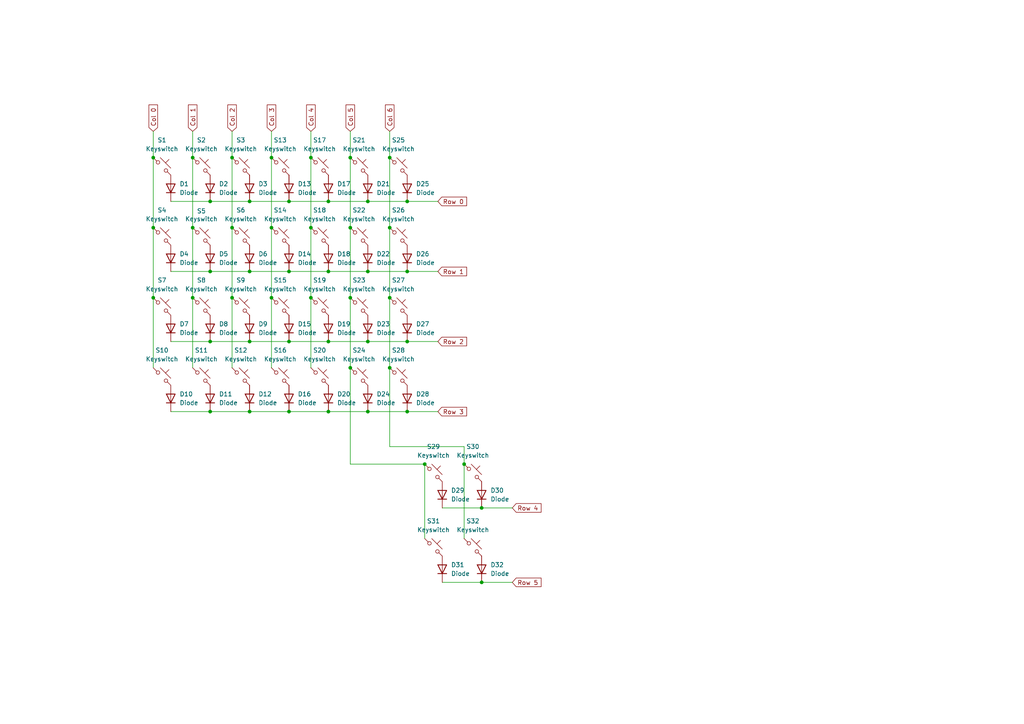
<source format=kicad_sch>
(kicad_sch (version 20250114) (generator "eeschema") (generator_version "9.0")
  (paper "A4")
  (lib_symbols
    (symbol "ScottoKeebs:Placeholder_Diode" (pin_numbers (hide yes)) (pin_names (hide yes))
      (property "Reference" "D" (at 0 2.54 0))
      (property "Value" "Diode" (at 0 -2.54 0))
      (symbol "Placeholder_Diode_0_1"
        (polyline (pts (xy -1.27 1.27) (xy -1.27 -1.27)) (stroke (width 0.254)))
        (polyline (pts (xy 1.27 1.27) (xy 1.27 -1.27) (xy -1.27 0) (xy 1.27 1.27)) (stroke (width 0.254)))
        (polyline (pts (xy 1.27 0) (xy -1.27 0)))
      )
      (symbol "Placeholder_Diode_1_1"
        (pin passive line (at -3.81 0 0) (length 2.54) (name "K") (number "1"))
        (pin passive line (at 3.81 0 180) (length 2.54) (name "A") (number "2"))
      )
    )
    (symbol "ScottoKeebs:Placeholder_Keyswitch" (pin_numbers (hide yes)) (pin_names (offset 1.016) (hide yes))
      (property "Reference" "S" (at 3.048 1.016 0))
      (property "Value" "Keyswitch" (at 0 -3.81 0))
      (symbol "Placeholder_Keyswitch_0_1"
        (polyline (pts (xy -2.54 2.54) (xy -1.524 1.524) (xy -1.524 1.524)))
        (circle (center -1.1684 1.1684) (radius 0.508))
        (polyline (pts (xy -0.508 2.54) (xy 2.54 -0.508)))
        (polyline (pts (xy 1.016 1.016) (xy 2.032 2.032)))
        (circle (center 1.143 -1.1938) (radius 0.508))
        (polyline (pts (xy 1.524 -1.524) (xy 2.54 -2.54) (xy 2.54 -2.54) (xy 2.54 -2.54)))
        (pin passive line (at -2.54 2.54 0) (length 0) (name "1") (number "1"))
        (pin passive line (at 2.54 -2.54 180) (length 0) (name "2") (number "2"))
      )
    )
  )
  (junction (at 83.82 99.06))
  (junction (at 95.25 99.06))
  (junction (at 55.88 45.72))
  (junction (at 90.17 45.72))
  (junction (at 106.68 99.06))
  (junction (at 78.74 45.72))
  (junction (at 106.68 58.42))
  (junction (at 106.68 78.74))
  (junction (at 118.11 58.42))
  (junction (at 72.39 119.38))
  (junction (at 90.17 86.36))
  (junction (at 55.88 66.04))
  (junction (at 83.82 58.42))
  (junction (at 72.39 99.06))
  (junction (at 139.7 147.32))
  (junction (at 118.11 99.06))
  (junction (at 95.25 58.42))
  (junction (at 78.74 66.04))
  (junction (at 118.11 119.38))
  (junction (at 55.88 86.36))
  (junction (at 113.03 66.04))
  (junction (at 67.31 86.36))
  (junction (at 44.45 45.72))
  (junction (at 60.96 78.74))
  (junction (at 101.6 106.68))
  (junction (at 95.25 119.38))
  (junction (at 123.19 134.62))
  (junction (at 90.17 66.04))
  (junction (at 101.6 66.04))
  (junction (at 60.96 119.38))
  (junction (at 67.31 45.72))
  (junction (at 95.25 78.74))
  (junction (at 60.96 99.06))
  (junction (at 139.7 168.91))
  (junction (at 60.96 58.42))
  (junction (at 118.11 78.74))
  (junction (at 72.39 58.42))
  (junction (at 83.82 119.38))
  (junction (at 44.45 86.36))
  (junction (at 134.62 134.62))
  (junction (at 113.03 86.36))
  (junction (at 78.74 86.36))
  (junction (at 113.03 106.68))
  (junction (at 67.31 66.04))
  (junction (at 106.68 119.38))
  (junction (at 113.03 45.72))
  (junction (at 72.39 78.74))
  (junction (at 44.45 66.04))
  (junction (at 101.6 45.72))
  (junction (at 83.82 78.74))
  (junction (at 101.6 86.36))
  (wire (pts (xy 90.17 38.1) (xy 90.17 45.72)))
  (wire (pts (xy 127 58.42) (xy 118.11 58.42)))
  (wire (pts (xy 118.11 99.06) (xy 127 99.06)))
  (wire (pts (xy 113.03 66.04) (xy 113.03 86.36)))
  (wire (pts (xy 106.68 99.06) (xy 118.11 99.06)))
  (wire (pts (xy 90.17 66.04) (xy 90.17 86.36)))
  (wire (pts (xy 72.39 58.42) (xy 83.82 58.42)))
  (wire (pts (xy 60.96 99.06) (xy 72.39 99.06)))
  (wire (pts (xy 78.74 66.04) (xy 78.74 86.36)))
  (wire (pts (xy 123.19 134.62) (xy 123.19 156.21)))
  (wire (pts (xy 67.31 38.1) (xy 67.31 45.72)))
  (wire (pts (xy 95.25 99.06) (xy 106.68 99.06)))
  (wire (pts (xy 78.74 45.72) (xy 78.74 66.04)))
  (wire (pts (xy 44.45 66.04) (xy 44.45 86.36)))
  (wire (pts (xy 113.03 45.72) (xy 113.03 66.04)))
  (wire (pts (xy 60.96 119.38) (xy 72.39 119.38)))
  (wire (pts (xy 101.6 86.36) (xy 101.6 106.68)))
  (wire (pts (xy 101.6 134.62) (xy 123.19 134.62)))
  (wire (pts (xy 44.45 45.72) (xy 44.45 66.04)))
  (wire (pts (xy 67.31 66.04) (xy 67.31 86.36)))
  (wire (pts (xy 49.53 78.74) (xy 60.96 78.74)))
  (wire (pts (xy 60.96 78.74) (xy 72.39 78.74)))
  (wire (pts (xy 127 78.74) (xy 118.11 78.74)))
  (wire (pts (xy 134.62 129.54) (xy 134.62 134.62)))
  (wire (pts (xy 106.68 58.42) (xy 118.11 58.42)))
  (wire (pts (xy 127 119.38) (xy 118.11 119.38)))
  (wire (pts (xy 72.39 78.74) (xy 83.82 78.74)))
  (wire (pts (xy 139.7 147.32) (xy 148.59 147.32)))
  (wire (pts (xy 113.03 129.54) (xy 134.62 129.54)))
  (wire (pts (xy 49.53 58.42) (xy 60.96 58.42)))
  (wire (pts (xy 60.96 58.42) (xy 72.39 58.42)))
  (wire (pts (xy 106.68 78.74) (xy 118.11 78.74)))
  (wire (pts (xy 49.53 99.06) (xy 60.96 99.06)))
  (wire (pts (xy 78.74 38.1) (xy 78.74 45.72)))
  (wire (pts (xy 113.03 86.36) (xy 113.03 106.68)))
  (wire (pts (xy 78.74 86.36) (xy 78.74 106.68)))
  (wire (pts (xy 44.45 38.1) (xy 44.45 45.72)))
  (wire (pts (xy 148.59 168.91) (xy 139.7 168.91)))
  (wire (pts (xy 90.17 45.72) (xy 90.17 66.04)))
  (wire (pts (xy 95.25 119.38) (xy 106.68 119.38)))
  (wire (pts (xy 72.39 99.06) (xy 83.82 99.06)))
  (wire (pts (xy 83.82 58.42) (xy 95.25 58.42)))
  (wire (pts (xy 72.39 119.38) (xy 83.82 119.38)))
  (wire (pts (xy 95.25 78.74) (xy 106.68 78.74)))
  (wire (pts (xy 83.82 119.38) (xy 95.25 119.38)))
  (wire (pts (xy 113.03 38.1) (xy 113.03 45.72)))
  (wire (pts (xy 67.31 86.36) (xy 67.31 106.68)))
  (wire (pts (xy 55.88 38.1) (xy 55.88 45.72)))
  (wire (pts (xy 44.45 86.36) (xy 44.45 106.68)))
  (wire (pts (xy 113.03 106.68) (xy 113.03 129.54)))
  (wire (pts (xy 95.25 58.42) (xy 106.68 58.42)))
  (wire (pts (xy 55.88 45.72) (xy 55.88 66.04)))
  (wire (pts (xy 106.68 119.38) (xy 118.11 119.38)))
  (wire (pts (xy 101.6 45.72) (xy 101.6 66.04)))
  (wire (pts (xy 83.82 99.06) (xy 95.25 99.06)))
  (wire (pts (xy 101.6 38.1) (xy 101.6 45.72)))
  (wire (pts (xy 49.53 119.38) (xy 60.96 119.38)))
  (wire (pts (xy 128.27 168.91) (xy 139.7 168.91)))
  (wire (pts (xy 67.31 45.72) (xy 67.31 66.04)))
  (wire (pts (xy 101.6 66.04) (xy 101.6 86.36)))
  (wire (pts (xy 83.82 78.74) (xy 95.25 78.74)))
  (wire (pts (xy 128.27 147.32) (xy 139.7 147.32)))
  (wire (pts (xy 101.6 106.68) (xy 101.6 134.62)))
  (wire (pts (xy 55.88 66.04) (xy 55.88 86.36)))
  (wire (pts (xy 55.88 86.36) (xy 55.88 106.68)))
  (wire (pts (xy 134.62 134.62) (xy 134.62 156.21)))
  (wire (pts (xy 90.17 86.36) (xy 90.17 106.68)))
  (global_label "Row 1" (shape input) (at 127 78.74 0) (property "Intersheetrefs" "${INTERSHEET_REFS}" (effects (hide yes))))
  (global_label "Col 1" (shape input) (at 55.88 38.1 90) (property "Intersheetrefs" "${INTERSHEET_REFS}" (effects (hide yes))))
  (global_label "Col 6" (shape input) (at 113.03 38.1 90) (property "Intersheetrefs" "${INTERSHEET_REFS}" (effects (hide yes))))
  (global_label "Col 2" (shape input) (at 67.31 38.1 90) (property "Intersheetrefs" "${INTERSHEET_REFS}" (effects (hide yes))))
  (global_label "Col 5" (shape input) (at 101.6 38.1 90) (property "Intersheetrefs" "${INTERSHEET_REFS}" (effects (hide yes))))
  (global_label "Row 0" (shape input) (at 127 58.42 0) (property "Intersheetrefs" "${INTERSHEET_REFS}" (effects (hide yes))))
  (global_label "Row 5" (shape input) (at 148.59 168.91 0) (property "Intersheetrefs" "${INTERSHEET_REFS}" (effects (hide yes))))
  (global_label "Col 3" (shape input) (at 78.74 38.1 90) (property "Intersheetrefs" "${INTERSHEET_REFS}" (effects (hide yes))))
  (global_label "Row 3" (shape input) (at 127 119.38 0) (property "Intersheetrefs" "${INTERSHEET_REFS}" (effects (hide yes))))
  (global_label "Col 4" (shape input) (at 90.17 38.1 90) (property "Intersheetrefs" "${INTERSHEET_REFS}" (effects (hide yes))))
  (global_label "Row 4" (shape input) (at 148.59 147.32 0) (property "Intersheetrefs" "${INTERSHEET_REFS}" (effects (hide yes))))
  (global_label "Row 2" (shape input) (at 127 99.06 0) (property "Intersheetrefs" "${INTERSHEET_REFS}" (effects (hide yes))))
  (global_label "Col 0" (shape input) (at 44.45 38.1 90) (property "Intersheetrefs" "${INTERSHEET_REFS}" (effects (hide yes))))
  (symbol (lib_id "ScottoKeebs:Placeholder_Keyswitch") (at 81.28 88.9 0) (unit 1)
    (property "Reference" "S15" (at 81.28 81.28 0))
    (property "Value" "Keyswitch" (at 81.28 83.82 0))
    (property "Footprint" "ScottoKeebs_Hotswap:Hotswap_Choc_V1V2_1.00u" (effects (hide yes)))
    (property "Description" "Push button switch, normally open, two pins, 45° tilted" (effects (hide yes)))
  )
  (symbol (lib_id "ScottoKeebs:Placeholder_Diode") (at 95.25 95.25 90) (unit 1)
    (property "Reference" "D19" (at 97.79 93.9799 90) (effects (justify right)))
    (property "Value" "Diode" (at 97.79 96.5199 90) (effects (justify right)))
    (property "Footprint" "ScottoKeebs_Components:Diode_DO-35" (effects (hide yes)))
    (property "Description" "1N4148 (DO-35) or 1N4148W (SOD-123)" (effects (hide yes)))
    (property "Sim.Device" "D" (effects (hide yes)))
    (property "Sim.Pins" "1=K 2=A" (effects (hide yes)))
  )
  (symbol (lib_id "ScottoKeebs:Placeholder_Diode") (at 72.39 115.57 90) (unit 1)
    (property "Reference" "D12" (at 74.93 114.2999 90) (effects (justify right)))
    (property "Value" "Diode" (at 74.93 116.8399 90) (effects (justify right)))
    (property "Footprint" "ScottoKeebs_Components:Diode_DO-35" (effects (hide yes)))
    (property "Description" "1N4148 (DO-35) or 1N4148W (SOD-123)" (effects (hide yes)))
    (property "Sim.Device" "D" (effects (hide yes)))
    (property "Sim.Pins" "1=K 2=A" (effects (hide yes)))
  )
  (symbol (lib_id "ScottoKeebs:Placeholder_Keyswitch") (at 58.42 48.26 0) (unit 1)
    (property "Reference" "S2" (at 58.42 40.64 0))
    (property "Value" "Keyswitch" (at 58.42 43.18 0))
    (property "Footprint" "ScottoKeebs_Hotswap:Hotswap_Choc_V1V2_1.00u" (effects (hide yes)))
    (property "Description" "Push button switch, normally open, two pins, 45° tilted" (effects (hide yes)))
  )
  (symbol (lib_id "ScottoKeebs:Placeholder_Keyswitch") (at 115.57 48.26 0) (unit 1)
    (property "Reference" "S25" (at 115.57 40.64 0))
    (property "Value" "Keyswitch" (at 115.57 43.18 0))
    (property "Footprint" "ScottoKeebs_Hotswap:Hotswap_Choc_V1V2_1.00u" (effects (hide yes)))
    (property "Description" "Push button switch, normally open, two pins, 45° tilted" (effects (hide yes)))
  )
  (symbol (lib_id "ScottoKeebs:Placeholder_Diode") (at 60.96 74.93 90) (unit 1)
    (property "Reference" "D5" (at 63.5 73.6599 90) (effects (justify right)))
    (property "Value" "Diode" (at 63.5 76.1999 90) (effects (justify right)))
    (property "Footprint" "ScottoKeebs_Components:Diode_DO-35" (effects (hide yes)))
    (property "Description" "1N4148 (DO-35) or 1N4148W (SOD-123)" (effects (hide yes)))
    (property "Sim.Device" "D" (effects (hide yes)))
    (property "Sim.Pins" "1=K 2=A" (effects (hide yes)))
  )
  (symbol (lib_id "ScottoKeebs:Placeholder_Diode") (at 49.53 54.61 90) (unit 1)
    (property "Reference" "D1" (at 52.07 53.3399 90) (effects (justify right)))
    (property "Value" "Diode" (at 52.07 55.8799 90) (effects (justify right)))
    (property "Footprint" "ScottoKeebs_Components:Diode_DO-35" (effects (hide yes)))
    (property "Description" "1N4148 (DO-35) or 1N4148W (SOD-123)" (effects (hide yes)))
    (property "Sim.Device" "D" (effects (hide yes)))
    (property "Sim.Pins" "1=K 2=A" (effects (hide yes)))
  )
  (symbol (lib_id "ScottoKeebs:Placeholder_Diode") (at 72.39 95.25 90) (unit 1)
    (property "Reference" "D9" (at 74.93 93.9799 90) (effects (justify right)))
    (property "Value" "Diode" (at 74.93 96.5199 90) (effects (justify right)))
    (property "Footprint" "ScottoKeebs_Components:Diode_DO-35" (effects (hide yes)))
    (property "Description" "1N4148 (DO-35) or 1N4148W (SOD-123)" (effects (hide yes)))
    (property "Sim.Device" "D" (effects (hide yes)))
    (property "Sim.Pins" "1=K 2=A" (effects (hide yes)))
  )
  (symbol (lib_id "ScottoKeebs:Placeholder_Keyswitch") (at 115.57 109.22 0) (unit 1)
    (property "Reference" "S28" (at 115.57 101.6 0))
    (property "Value" "Keyswitch" (at 115.57 104.14 0))
    (property "Footprint" "ScottoKeebs_Hotswap:Hotswap_Choc_V1V2_1.00u" (effects (hide yes)))
    (property "Description" "Push button switch, normally open, two pins, 45° tilted" (effects (hide yes)))
  )
  (symbol (lib_id "ScottoKeebs:Placeholder_Keyswitch") (at 46.99 109.22 0) (unit 1)
    (property "Reference" "S10" (at 46.99 101.6 0))
    (property "Value" "Keyswitch" (at 46.99 104.14 0))
    (property "Footprint" "ScottoKeebs_Hotswap:Hotswap_Choc_V1V2_1.00u" (effects (hide yes)))
    (property "Description" "Push button switch, normally open, two pins, 45° tilted" (effects (hide yes)))
  )
  (symbol (lib_id "ScottoKeebs:Placeholder_Diode") (at 128.27 143.51 90) (unit 1)
    (property "Reference" "D29" (at 130.81 142.2399 90) (effects (justify right)))
    (property "Value" "Diode" (at 130.81 144.7799 90) (effects (justify right)))
    (property "Footprint" "ScottoKeebs_Components:Diode_DO-35" (effects (hide yes)))
    (property "Description" "1N4148 (DO-35) or 1N4148W (SOD-123)" (effects (hide yes)))
    (property "Sim.Device" "D" (effects (hide yes)))
    (property "Sim.Pins" "1=K 2=A" (effects (hide yes)))
  )
  (symbol (lib_id "ScottoKeebs:Placeholder_Diode") (at 49.53 115.57 90) (unit 1)
    (property "Reference" "D10" (at 52.07 114.2999 90) (effects (justify right)))
    (property "Value" "Diode" (at 52.07 116.8399 90) (effects (justify right)))
    (property "Footprint" "ScottoKeebs_Components:Diode_DO-35" (effects (hide yes)))
    (property "Description" "1N4148 (DO-35) or 1N4148W (SOD-123)" (effects (hide yes)))
    (property "Sim.Device" "D" (effects (hide yes)))
    (property "Sim.Pins" "1=K 2=A" (effects (hide yes)))
  )
  (symbol (lib_id "ScottoKeebs:Placeholder_Diode") (at 106.68 74.93 90) (unit 1)
    (property "Reference" "D22" (at 109.22 73.6599 90) (effects (justify right)))
    (property "Value" "Diode" (at 109.22 76.1999 90) (effects (justify right)))
    (property "Footprint" "ScottoKeebs_Components:Diode_DO-35" (effects (hide yes)))
    (property "Description" "1N4148 (DO-35) or 1N4148W (SOD-123)" (effects (hide yes)))
    (property "Sim.Device" "D" (effects (hide yes)))
    (property "Sim.Pins" "1=K 2=A" (effects (hide yes)))
  )
  (symbol (lib_id "ScottoKeebs:Placeholder_Keyswitch") (at 104.14 68.58 0) (unit 1)
    (property "Reference" "S22" (at 104.14 60.96 0))
    (property "Value" "Keyswitch" (at 104.14 63.5 0))
    (property "Footprint" "ScottoKeebs_Hotswap:Hotswap_Choc_V1V2_1.00u" (effects (hide yes)))
    (property "Description" "Push button switch, normally open, two pins, 45° tilted" (effects (hide yes)))
  )
  (symbol (lib_id "ScottoKeebs:Placeholder_Diode") (at 72.39 74.93 90) (unit 1)
    (property "Reference" "D6" (at 74.93 73.6599 90) (effects (justify right)))
    (property "Value" "Diode" (at 74.93 76.1999 90) (effects (justify right)))
    (property "Footprint" "ScottoKeebs_Components:Diode_DO-35" (effects (hide yes)))
    (property "Description" "1N4148 (DO-35) or 1N4148W (SOD-123)" (effects (hide yes)))
    (property "Sim.Device" "D" (effects (hide yes)))
    (property "Sim.Pins" "1=K 2=A" (effects (hide yes)))
  )
  (symbol (lib_id "ScottoKeebs:Placeholder_Keyswitch") (at 58.42 109.22 0) (unit 1)
    (property "Reference" "S11" (at 58.42 101.6 0))
    (property "Value" "Keyswitch" (at 58.42 104.14 0))
    (property "Footprint" "ScottoKeebs_Hotswap:Hotswap_Choc_V1V2_1.00u" (effects (hide yes)))
    (property "Description" "Push button switch, normally open, two pins, 45° tilted" (effects (hide yes)))
  )
  (symbol (lib_id "ScottoKeebs:Placeholder_Keyswitch") (at 104.14 48.26 0) (unit 1)
    (property "Reference" "S21" (at 104.14 40.64 0))
    (property "Value" "Keyswitch" (at 104.14 43.18 0))
    (property "Footprint" "ScottoKeebs_Hotswap:Hotswap_Choc_V1V2_1.00u" (effects (hide yes)))
    (property "Description" "Push button switch, normally open, two pins, 45° tilted" (effects (hide yes)))
  )
  (symbol (lib_id "ScottoKeebs:Placeholder_Keyswitch") (at 92.71 109.22 0) (unit 1)
    (property "Reference" "S20" (at 92.71 101.6 0))
    (property "Value" "Keyswitch" (at 92.71 104.14 0))
    (property "Footprint" "ScottoKeebs_Hotswap:Hotswap_Choc_V1V2_1.00u" (effects (hide yes)))
    (property "Description" "Push button switch, normally open, two pins, 45° tilted" (effects (hide yes)))
  )
  (symbol (lib_id "ScottoKeebs:Placeholder_Keyswitch") (at 58.42 88.9 0) (unit 1)
    (property "Reference" "S8" (at 58.42 81.28 0))
    (property "Value" "Keyswitch" (at 58.42 83.82 0))
    (property "Footprint" "ScottoKeebs_Hotswap:Hotswap_Choc_V1V2_1.00u" (effects (hide yes)))
    (property "Description" "Push button switch, normally open, two pins, 45° tilted" (effects (hide yes)))
  )
  (symbol (lib_id "ScottoKeebs:Placeholder_Diode") (at 118.11 95.25 90) (unit 1)
    (property "Reference" "D27" (at 120.65 93.9799 90) (effects (justify right)))
    (property "Value" "Diode" (at 120.65 96.5199 90) (effects (justify right)))
    (property "Footprint" "ScottoKeebs_Components:Diode_DO-35" (effects (hide yes)))
    (property "Description" "1N4148 (DO-35) or 1N4148W (SOD-123)" (effects (hide yes)))
    (property "Sim.Device" "D" (effects (hide yes)))
    (property "Sim.Pins" "1=K 2=A" (effects (hide yes)))
  )
  (symbol (lib_id "ScottoKeebs:Placeholder_Keyswitch") (at 92.71 88.9 0) (unit 1)
    (property "Reference" "S19" (at 92.71 81.28 0))
    (property "Value" "Keyswitch" (at 92.71 83.82 0))
    (property "Footprint" "ScottoKeebs_Hotswap:Hotswap_Choc_V1V2_1.00u" (effects (hide yes)))
    (property "Description" "Push button switch, normally open, two pins, 45° tilted" (effects (hide yes)))
  )
  (symbol (lib_id "ScottoKeebs:Placeholder_Diode") (at 139.7 165.1 90) (unit 1)
    (property "Reference" "D32" (at 142.24 163.8299 90) (effects (justify right)))
    (property "Value" "Diode" (at 142.24 166.3699 90) (effects (justify right)))
    (property "Footprint" "ScottoKeebs_Components:Diode_DO-35" (effects (hide yes)))
    (property "Description" "1N4148 (DO-35) or 1N4148W (SOD-123)" (effects (hide yes)))
    (property "Sim.Device" "D" (effects (hide yes)))
    (property "Sim.Pins" "1=K 2=A" (effects (hide yes)))
  )
  (symbol (lib_id "ScottoKeebs:Placeholder_Diode") (at 128.27 165.1 90) (unit 1)
    (property "Reference" "D31" (at 130.81 163.8299 90) (effects (justify right)))
    (property "Value" "Diode" (at 130.81 166.3699 90) (effects (justify right)))
    (property "Footprint" "ScottoKeebs_Components:Diode_DO-35" (effects (hide yes)))
    (property "Description" "1N4148 (DO-35) or 1N4148W (SOD-123)" (effects (hide yes)))
    (property "Sim.Device" "D" (effects (hide yes)))
    (property "Sim.Pins" "1=K 2=A" (effects (hide yes)))
  )
  (symbol (lib_id "ScottoKeebs:Placeholder_Diode") (at 118.11 115.57 90) (unit 1)
    (property "Reference" "D28" (at 120.65 114.2999 90) (effects (justify right)))
    (property "Value" "Diode" (at 120.65 116.8399 90) (effects (justify right)))
    (property "Footprint" "ScottoKeebs_Components:Diode_DO-35" (effects (hide yes)))
    (property "Description" "1N4148 (DO-35) or 1N4148W (SOD-123)" (effects (hide yes)))
    (property "Sim.Device" "D" (effects (hide yes)))
    (property "Sim.Pins" "1=K 2=A" (effects (hide yes)))
  )
  (symbol (lib_id "ScottoKeebs:Placeholder_Keyswitch") (at 69.85 88.9 0) (unit 1)
    (property "Reference" "S9" (at 69.85 81.28 0))
    (property "Value" "Keyswitch" (at 69.85 83.82 0))
    (property "Footprint" "ScottoKeebs_Hotswap:Hotswap_Choc_V1V2_1.00u" (effects (hide yes)))
    (property "Description" "Push button switch, normally open, two pins, 45° tilted" (effects (hide yes)))
  )
  (symbol (lib_id "ScottoKeebs:Placeholder_Keyswitch") (at 137.16 137.16 0) (unit 1)
    (property "Reference" "S30" (at 137.16 129.54 0))
    (property "Value" "Keyswitch" (at 137.16 132.08 0))
    (property "Footprint" "ScottoKeebs_Hotswap:Hotswap_Choc_V1V2_1.00u" (effects (hide yes)))
    (property "Description" "Push button switch, normally open, two pins, 45° tilted" (effects (hide yes)))
  )
  (symbol (lib_id "ScottoKeebs:Placeholder_Diode") (at 83.82 74.93 90) (unit 1)
    (property "Reference" "D14" (at 86.36 73.6599 90) (effects (justify right)))
    (property "Value" "Diode" (at 86.36 76.1999 90) (effects (justify right)))
    (property "Footprint" "ScottoKeebs_Components:Diode_DO-35" (effects (hide yes)))
    (property "Description" "1N4148 (DO-35) or 1N4148W (SOD-123)" (effects (hide yes)))
    (property "Sim.Device" "D" (effects (hide yes)))
    (property "Sim.Pins" "1=K 2=A" (effects (hide yes)))
  )
  (symbol (lib_id "ScottoKeebs:Placeholder_Keyswitch") (at 125.73 158.75 0) (unit 1)
    (property "Reference" "S31" (at 125.73 151.13 0))
    (property "Value" "Keyswitch" (at 125.73 153.67 0))
    (property "Footprint" "ScottoKeebs_Hotswap:Hotswap_Choc_V1V2_1.50u_90deg" (effects (hide yes)))
    (property "Description" "Push button switch, normally open, two pins, 45° tilted" (effects (hide yes)))
  )
  (symbol (lib_id "ScottoKeebs:Placeholder_Keyswitch") (at 92.71 48.26 0) (unit 1)
    (property "Reference" "S17" (at 92.71 40.64 0))
    (property "Value" "Keyswitch" (at 92.71 43.18 0))
    (property "Footprint" "ScottoKeebs_Hotswap:Hotswap_Choc_V1V2_1.00u" (effects (hide yes)))
    (property "Description" "Push button switch, normally open, two pins, 45° tilted" (effects (hide yes)))
  )
  (symbol (lib_id "ScottoKeebs:Placeholder_Keyswitch") (at 69.85 68.58 0) (unit 1)
    (property "Reference" "S6" (at 69.85 60.96 0))
    (property "Value" "Keyswitch" (at 69.85 63.5 0))
    (property "Footprint" "ScottoKeebs_Hotswap:Hotswap_Choc_V1V2_1.00u" (effects (hide yes)))
    (property "Description" "Push button switch, normally open, two pins, 45° tilted" (effects (hide yes)))
  )
  (symbol (lib_id "ScottoKeebs:Placeholder_Diode") (at 118.11 74.93 90) (unit 1)
    (property "Reference" "D26" (at 120.65 73.6599 90) (effects (justify right)))
    (property "Value" "Diode" (at 120.65 76.1999 90) (effects (justify right)))
    (property "Footprint" "ScottoKeebs_Components:Diode_DO-35" (effects (hide yes)))
    (property "Description" "1N4148 (DO-35) or 1N4148W (SOD-123)" (effects (hide yes)))
    (property "Sim.Device" "D" (effects (hide yes)))
    (property "Sim.Pins" "1=K 2=A" (effects (hide yes)))
  )
  (symbol (lib_id "ScottoKeebs:Placeholder_Keyswitch") (at 115.57 68.58 0) (unit 1)
    (property "Reference" "S26" (at 115.57 60.96 0))
    (property "Value" "Keyswitch" (at 115.57 63.5 0))
    (property "Footprint" "ScottoKeebs_Hotswap:Hotswap_Choc_V1V2_1.00u" (effects (hide yes)))
    (property "Description" "Push button switch, normally open, two pins, 45° tilted" (effects (hide yes)))
  )
  (symbol (lib_id "ScottoKeebs:Placeholder_Diode") (at 83.82 54.61 90) (unit 1)
    (property "Reference" "D13" (at 86.36 53.3399 90) (effects (justify right)))
    (property "Value" "Diode" (at 86.36 55.8799 90) (effects (justify right)))
    (property "Footprint" "ScottoKeebs_Components:Diode_DO-35" (effects (hide yes)))
    (property "Description" "1N4148 (DO-35) or 1N4148W (SOD-123)" (effects (hide yes)))
    (property "Sim.Device" "D" (effects (hide yes)))
    (property "Sim.Pins" "1=K 2=A" (effects (hide yes)))
  )
  (symbol (lib_id "ScottoKeebs:Placeholder_Diode") (at 49.53 95.25 90) (unit 1)
    (property "Reference" "D7" (at 52.07 93.9799 90) (effects (justify right)))
    (property "Value" "Diode" (at 52.07 96.5199 90) (effects (justify right)))
    (property "Footprint" "ScottoKeebs_Components:Diode_DO-35" (effects (hide yes)))
    (property "Description" "1N4148 (DO-35) or 1N4148W (SOD-123)" (effects (hide yes)))
    (property "Sim.Device" "D" (effects (hide yes)))
    (property "Sim.Pins" "1=K 2=A" (effects (hide yes)))
  )
  (symbol (lib_id "ScottoKeebs:Placeholder_Keyswitch") (at 46.99 88.9 0) (unit 1)
    (property "Reference" "S7" (at 46.99 81.28 0))
    (property "Value" "Keyswitch" (at 46.99 83.82 0))
    (property "Footprint" "ScottoKeebs_Hotswap:Hotswap_Choc_V1V2_1.00u" (effects (hide yes)))
    (property "Description" "Push button switch, normally open, two pins, 45° tilted" (effects (hide yes)))
  )
  (symbol (lib_id "ScottoKeebs:Placeholder_Diode") (at 83.82 115.57 90) (unit 1)
    (property "Reference" "D16" (at 86.36 114.2999 90) (effects (justify right)))
    (property "Value" "Diode" (at 86.36 116.8399 90) (effects (justify right)))
    (property "Footprint" "ScottoKeebs_Components:Diode_DO-35" (effects (hide yes)))
    (property "Description" "1N4148 (DO-35) or 1N4148W (SOD-123)" (effects (hide yes)))
    (property "Sim.Device" "D" (effects (hide yes)))
    (property "Sim.Pins" "1=K 2=A" (effects (hide yes)))
  )
  (symbol (lib_id "ScottoKeebs:Placeholder_Keyswitch") (at 104.14 88.9 0) (unit 1)
    (property "Reference" "S23" (at 104.14 81.28 0))
    (property "Value" "Keyswitch" (at 104.14 83.82 0))
    (property "Footprint" "ScottoKeebs_Hotswap:Hotswap_Choc_V1V2_1.00u" (effects (hide yes)))
    (property "Description" "Push button switch, normally open, two pins, 45° tilted" (effects (hide yes)))
  )
  (symbol (lib_id "ScottoKeebs:Placeholder_Diode") (at 95.25 74.93 90) (unit 1)
    (property "Reference" "D18" (at 97.79 73.6599 90) (effects (justify right)))
    (property "Value" "Diode" (at 97.79 76.1999 90) (effects (justify right)))
    (property "Footprint" "ScottoKeebs_Components:Diode_DO-35" (effects (hide yes)))
    (property "Description" "1N4148 (DO-35) or 1N4148W (SOD-123)" (effects (hide yes)))
    (property "Sim.Device" "D" (effects (hide yes)))
    (property "Sim.Pins" "1=K 2=A" (effects (hide yes)))
  )
  (symbol (lib_id "ScottoKeebs:Placeholder_Keyswitch") (at 92.71 68.58 0) (unit 1)
    (property "Reference" "S18" (at 92.71 60.96 0))
    (property "Value" "Keyswitch" (at 92.71 63.5 0))
    (property "Footprint" "ScottoKeebs_Hotswap:Hotswap_Choc_V1V2_1.00u" (effects (hide yes)))
    (property "Description" "Push button switch, normally open, two pins, 45° tilted" (effects (hide yes)))
  )
  (symbol (lib_id "ScottoKeebs:Placeholder_Keyswitch") (at 104.14 109.22 0) (unit 1)
    (property "Reference" "S24" (at 104.14 101.6 0))
    (property "Value" "Keyswitch" (at 104.14 104.14 0))
    (property "Footprint" "ScottoKeebs_Hotswap:Hotswap_Choc_V1V2_1.00u" (effects (hide yes)))
    (property "Description" "Push button switch, normally open, two pins, 45° tilted" (effects (hide yes)))
  )
  (symbol (lib_id "ScottoKeebs:Placeholder_Diode") (at 95.25 54.61 90) (unit 1)
    (property "Reference" "D17" (at 97.79 53.3399 90) (effects (justify right)))
    (property "Value" "Diode" (at 97.79 55.8799 90) (effects (justify right)))
    (property "Footprint" "ScottoKeebs_Components:Diode_DO-35" (effects (hide yes)))
    (property "Description" "1N4148 (DO-35) or 1N4148W (SOD-123)" (effects (hide yes)))
    (property "Sim.Device" "D" (effects (hide yes)))
    (property "Sim.Pins" "1=K 2=A" (effects (hide yes)))
  )
  (symbol (lib_id "ScottoKeebs:Placeholder_Diode") (at 95.25 115.57 90) (unit 1)
    (property "Reference" "D20" (at 97.79 114.2999 90) (effects (justify right)))
    (property "Value" "Diode" (at 97.79 116.8399 90) (effects (justify right)))
    (property "Footprint" "ScottoKeebs_Components:Diode_DO-35" (effects (hide yes)))
    (property "Description" "1N4148 (DO-35) or 1N4148W (SOD-123)" (effects (hide yes)))
    (property "Sim.Device" "D" (effects (hide yes)))
    (property "Sim.Pins" "1=K 2=A" (effects (hide yes)))
  )
  (symbol (lib_id "ScottoKeebs:Placeholder_Diode") (at 118.11 54.61 90) (unit 1)
    (property "Reference" "D25" (at 120.65 53.3399 90) (effects (justify right)))
    (property "Value" "Diode" (at 120.65 55.8799 90) (effects (justify right)))
    (property "Footprint" "ScottoKeebs_Components:Diode_DO-35" (effects (hide yes)))
    (property "Description" "1N4148 (DO-35) or 1N4148W (SOD-123)" (effects (hide yes)))
    (property "Sim.Device" "D" (effects (hide yes)))
    (property "Sim.Pins" "1=K 2=A" (effects (hide yes)))
  )
  (symbol (lib_id "ScottoKeebs:Placeholder_Keyswitch") (at 69.85 48.26 0) (unit 1)
    (property "Reference" "S3" (at 69.85 40.64 0))
    (property "Value" "Keyswitch" (at 69.85 43.18 0))
    (property "Footprint" "ScottoKeebs_Hotswap:Hotswap_Choc_V1V2_1.00u" (effects (hide yes)))
    (property "Description" "Push button switch, normally open, two pins, 45° tilted" (effects (hide yes)))
  )
  (symbol (lib_id "ScottoKeebs:Placeholder_Diode") (at 106.68 95.25 90) (unit 1)
    (property "Reference" "D23" (at 109.22 93.9799 90) (effects (justify right)))
    (property "Value" "Diode" (at 109.22 96.5199 90) (effects (justify right)))
    (property "Footprint" "ScottoKeebs_Components:Diode_DO-35" (effects (hide yes)))
    (property "Description" "1N4148 (DO-35) or 1N4148W (SOD-123)" (effects (hide yes)))
    (property "Sim.Device" "D" (effects (hide yes)))
    (property "Sim.Pins" "1=K 2=A" (effects (hide yes)))
  )
  (symbol (lib_id "ScottoKeebs:Placeholder_Diode") (at 72.39 54.61 90) (unit 1)
    (property "Reference" "D3" (at 74.93 53.3399 90) (effects (justify right)))
    (property "Value" "Diode" (at 74.93 55.8799 90) (effects (justify right)))
    (property "Footprint" "ScottoKeebs_Components:Diode_DO-35" (effects (hide yes)))
    (property "Description" "1N4148 (DO-35) or 1N4148W (SOD-123)" (effects (hide yes)))
    (property "Sim.Device" "D" (effects (hide yes)))
    (property "Sim.Pins" "1=K 2=A" (effects (hide yes)))
  )
  (symbol (lib_id "ScottoKeebs:Placeholder_Keyswitch") (at 81.28 48.26 0) (unit 1)
    (property "Reference" "S13" (at 81.28 40.64 0))
    (property "Value" "Keyswitch" (at 81.28 43.18 0))
    (property "Footprint" "ScottoKeebs_Hotswap:Hotswap_Choc_V1V2_1.00u" (effects (hide yes)))
    (property "Description" "Push button switch, normally open, two pins, 45° tilted" (effects (hide yes)))
  )
  (symbol (lib_id "ScottoKeebs:Placeholder_Diode") (at 83.82 95.25 90) (unit 1)
    (property "Reference" "D15" (at 86.36 93.9799 90) (effects (justify right)))
    (property "Value" "Diode" (at 86.36 96.5199 90) (effects (justify right)))
    (property "Footprint" "ScottoKeebs_Components:Diode_DO-35" (effects (hide yes)))
    (property "Description" "1N4148 (DO-35) or 1N4148W (SOD-123)" (effects (hide yes)))
    (property "Sim.Device" "D" (effects (hide yes)))
    (property "Sim.Pins" "1=K 2=A" (effects (hide yes)))
  )
  (symbol (lib_id "ScottoKeebs:Placeholder_Diode") (at 106.68 115.57 90) (unit 1)
    (property "Reference" "D24" (at 109.22 114.2999 90) (effects (justify right)))
    (property "Value" "Diode" (at 109.22 116.8399 90) (effects (justify right)))
    (property "Footprint" "ScottoKeebs_Components:Diode_DO-35" (effects (hide yes)))
    (property "Description" "1N4148 (DO-35) or 1N4148W (SOD-123)" (effects (hide yes)))
    (property "Sim.Device" "D" (effects (hide yes)))
    (property "Sim.Pins" "1=K 2=A" (effects (hide yes)))
  )
  (symbol (lib_id "ScottoKeebs:Placeholder_Keyswitch") (at 69.85 109.22 0) (unit 1)
    (property "Reference" "S12" (at 69.85 101.6 0))
    (property "Value" "Keyswitch" (at 69.85 104.14 0))
    (property "Footprint" "ScottoKeebs_Hotswap:Hotswap_Choc_V1V2_1.00u" (effects (hide yes)))
    (property "Description" "Push button switch, normally open, two pins, 45° tilted" (effects (hide yes)))
  )
  (symbol (lib_id "ScottoKeebs:Placeholder_Diode") (at 139.7 143.51 90) (unit 1)
    (property "Reference" "D30" (at 142.24 142.2399 90) (effects (justify right)))
    (property "Value" "Diode" (at 142.24 144.7799 90) (effects (justify right)))
    (property "Footprint" "ScottoKeebs_Components:Diode_DO-35" (effects (hide yes)))
    (property "Description" "1N4148 (DO-35) or 1N4148W (SOD-123)" (effects (hide yes)))
    (property "Sim.Device" "D" (effects (hide yes)))
    (property "Sim.Pins" "1=K 2=A" (effects (hide yes)))
  )
  (symbol (lib_id "ScottoKeebs:Placeholder_Diode") (at 60.96 115.57 90) (unit 1)
    (property "Reference" "D11" (at 63.5 114.2999 90) (effects (justify right)))
    (property "Value" "Diode" (at 63.5 116.8399 90) (effects (justify right)))
    (property "Footprint" "ScottoKeebs_Components:Diode_DO-35" (effects (hide yes)))
    (property "Description" "1N4148 (DO-35) or 1N4148W (SOD-123)" (effects (hide yes)))
    (property "Sim.Device" "D" (effects (hide yes)))
    (property "Sim.Pins" "1=K 2=A" (effects (hide yes)))
  )
  (symbol (lib_id "ScottoKeebs:Placeholder_Diode") (at 49.53 74.93 90) (unit 1)
    (property "Reference" "D4" (at 52.07 73.6599 90) (effects (justify right)))
    (property "Value" "Diode" (at 52.07 76.1999 90) (effects (justify right)))
    (property "Footprint" "ScottoKeebs_Components:Diode_DO-35" (effects (hide yes)))
    (property "Description" "1N4148 (DO-35) or 1N4148W (SOD-123)" (effects (hide yes)))
    (property "Sim.Device" "D" (effects (hide yes)))
    (property "Sim.Pins" "1=K 2=A" (effects (hide yes)))
  )
  (symbol (lib_id "ScottoKeebs:Placeholder_Diode") (at 106.68 54.61 90) (unit 1)
    (property "Reference" "D21" (at 109.22 53.3399 90) (effects (justify right)))
    (property "Value" "Diode" (at 109.22 55.8799 90) (effects (justify right)))
    (property "Footprint" "ScottoKeebs_Components:Diode_DO-35" (effects (hide yes)))
    (property "Description" "1N4148 (DO-35) or 1N4148W (SOD-123)" (effects (hide yes)))
    (property "Sim.Device" "D" (effects (hide yes)))
    (property "Sim.Pins" "1=K 2=A" (effects (hide yes)))
  )
  (symbol (lib_id "ScottoKeebs:Placeholder_Keyswitch") (at 137.16 158.75 0) (unit 1)
    (property "Reference" "S32" (at 137.16 151.13 0))
    (property "Value" "Keyswitch" (at 137.16 153.67 0))
    (property "Footprint" "ScottoKeebs_Hotswap:Hotswap_Choc_V1V2_1.50u_90deg" (effects (hide yes)))
    (property "Description" "Push button switch, normally open, two pins, 45° tilted" (effects (hide yes)))
  )
  (symbol (lib_id "ScottoKeebs:Placeholder_Diode") (at 60.96 54.61 90) (unit 1)
    (property "Reference" "D2" (at 63.5 53.3399 90) (effects (justify right)))
    (property "Value" "Diode" (at 63.5 55.8799 90) (effects (justify right)))
    (property "Footprint" "ScottoKeebs_Components:Diode_DO-35" (effects (hide yes)))
    (property "Description" "1N4148 (DO-35) or 1N4148W (SOD-123)" (effects (hide yes)))
    (property "Sim.Device" "D" (effects (hide yes)))
    (property "Sim.Pins" "1=K 2=A" (effects (hide yes)))
  )
  (symbol (lib_id "ScottoKeebs:Placeholder_Diode") (at 60.96 95.25 90) (unit 1)
    (property "Reference" "D8" (at 63.5 93.9799 90) (effects (justify right)))
    (property "Value" "Diode" (at 63.5 96.5199 90) (effects (justify right)))
    (property "Footprint" "ScottoKeebs_Components:Diode_DO-35" (effects (hide yes)))
    (property "Description" "1N4148 (DO-35) or 1N4148W (SOD-123)" (effects (hide yes)))
    (property "Sim.Device" "D" (effects (hide yes)))
    (property "Sim.Pins" "1=K 2=A" (effects (hide yes)))
  )
  (symbol (lib_id "ScottoKeebs:Placeholder_Keyswitch") (at 81.28 68.58 0) (unit 1)
    (property "Reference" "S14" (at 81.28 60.96 0))
    (property "Value" "Keyswitch" (at 81.28 63.5 0))
    (property "Footprint" "ScottoKeebs_Hotswap:Hotswap_Choc_V1V2_1.00u" (effects (hide yes)))
    (property "Description" "Push button switch, normally open, two pins, 45° tilted" (effects (hide yes)))
  )
  (symbol (lib_id "ScottoKeebs:Placeholder_Keyswitch") (at 125.73 137.16 0) (unit 1)
    (property "Reference" "S29" (at 125.73 129.54 0))
    (property "Value" "Keyswitch" (at 125.73 132.08 0))
    (property "Footprint" "ScottoKeebs_Hotswap:Hotswap_Choc_V1V2_1.00u" (effects (hide yes)))
    (property "Description" "Push button switch, normally open, two pins, 45° tilted" (effects (hide yes)))
  )
  (symbol (lib_id "ScottoKeebs:Placeholder_Keyswitch") (at 115.57 88.9 0) (unit 1)
    (property "Reference" "S27" (at 115.57 81.28 0))
    (property "Value" "Keyswitch" (at 115.57 83.82 0))
    (property "Footprint" "ScottoKeebs_Hotswap:Hotswap_Choc_V1V2_1.00u" (effects (hide yes)))
    (property "Description" "Push button switch, normally open, two pins, 45° tilted" (effects (hide yes)))
  )
  (symbol (lib_id "ScottoKeebs:Placeholder_Keyswitch") (at 81.28 109.22 0) (unit 1)
    (property "Reference" "S16" (at 81.28 101.6 0))
    (property "Value" "Keyswitch" (at 81.28 104.14 0))
    (property "Footprint" "ScottoKeebs_Hotswap:Hotswap_Choc_V1V2_1.00u" (effects (hide yes)))
    (property "Description" "Push button switch, normally open, two pins, 45° tilted" (effects (hide yes)))
  )
  (symbol (lib_id "ScottoKeebs:Placeholder_Keyswitch") (at 46.99 48.26 0) (unit 1)
    (property "Reference" "S1" (at 46.99 40.64 0))
    (property "Value" "Keyswitch" (at 46.99 43.18 0))
    (property "Footprint" "ScottoKeebs_Hotswap:Hotswap_Choc_V1V2_1.00u" (effects (hide yes)))
    (property "Description" "Push button switch, normally open, two pins, 45° tilted" (effects (hide yes)))
  )
  (symbol (lib_id "ScottoKeebs:Placeholder_Keyswitch") (at 46.99 68.58 0) (unit 1)
    (property "Reference" "S4" (at 46.99 60.96 0))
    (property "Value" "Keyswitch" (at 46.99 63.5 0))
    (property "Footprint" "ScottoKeebs_Hotswap:Hotswap_Choc_V1V2_1.00u" (effects (hide yes)))
    (property "Description" "Push button switch, normally open, two pins, 45° tilted" (effects (hide yes)))
  )
  (symbol (lib_id "ScottoKeebs:Placeholder_Keyswitch") (at 58.42 68.58 0) (unit 1)
    (property "Reference" "S5" (at 58.42 61.214 0))
    (property "Value" "Keyswitch" (at 58.42 63.5 0))
    (property "Footprint" "ScottoKeebs_Hotswap:Hotswap_Choc_V1V2_1.00u" (effects (hide yes)))
    (property "Description" "Push button switch, normally open, two pins, 45° tilted" (effects (hide yes)))
  )
)
</source>
